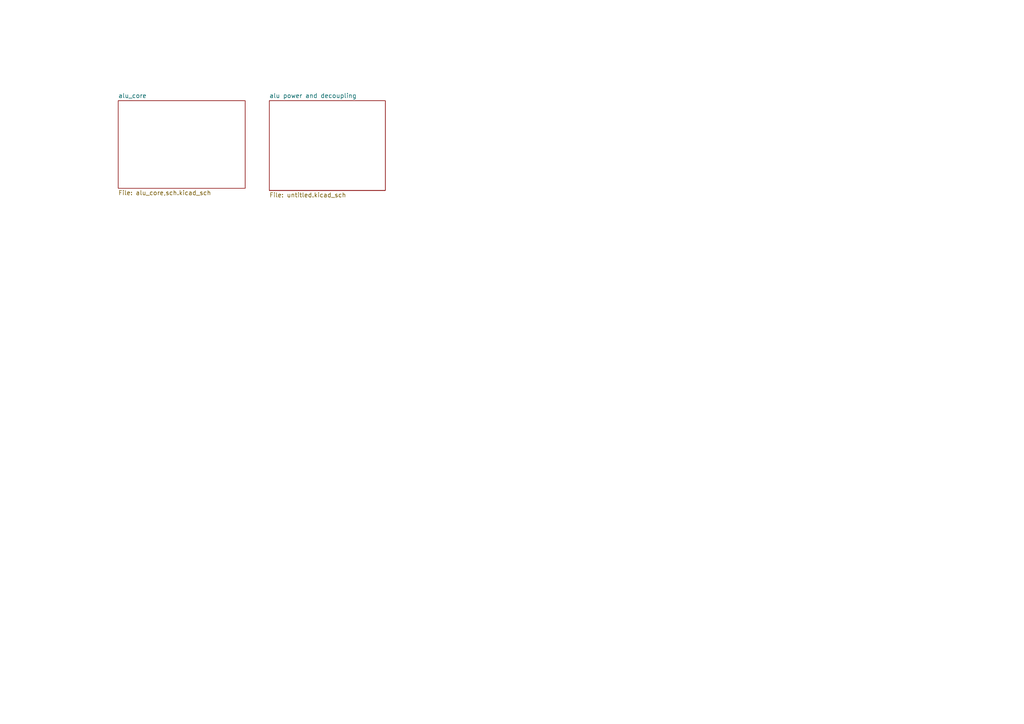
<source format=kicad_sch>
(kicad_sch (version 20211123) (generator eeschema)
  (paper "A4")
  (title_block (title "Fake8080c complete processor") (date "2022-08-11") (rev "1") (company "DNB Projects") (comment 1 "Uses a discrete logic ALU with single gate implementation") (comment 2 "This follows the internal design of the 8085"))
  (lib_symbols)
  (sheet (at 78.105 29.21) (size 33.655 26.035) (stroke (width 0.1524))
    (property "Sheet name" "alu power and decoupling" (at 78.105 28.4984 0) (effects (justify left bottom)))
    (property "Sheet file" "untitled.kicad_sch" (at 78.105 55.8296 0) (effects (justify left top)))
  )
  (sheet (at 34.29 29.21) (size 36.83 25.4) (stroke (width 0.1524))
    (property "Sheet name" "alu_core" (at 34.29 28.4984 0) (effects (justify left bottom)))
    (property "Sheet file" "alu_core,sch.kicad_sch" (at 34.29 55.1946 0) (effects (justify left top)))
  )
)
</source>
